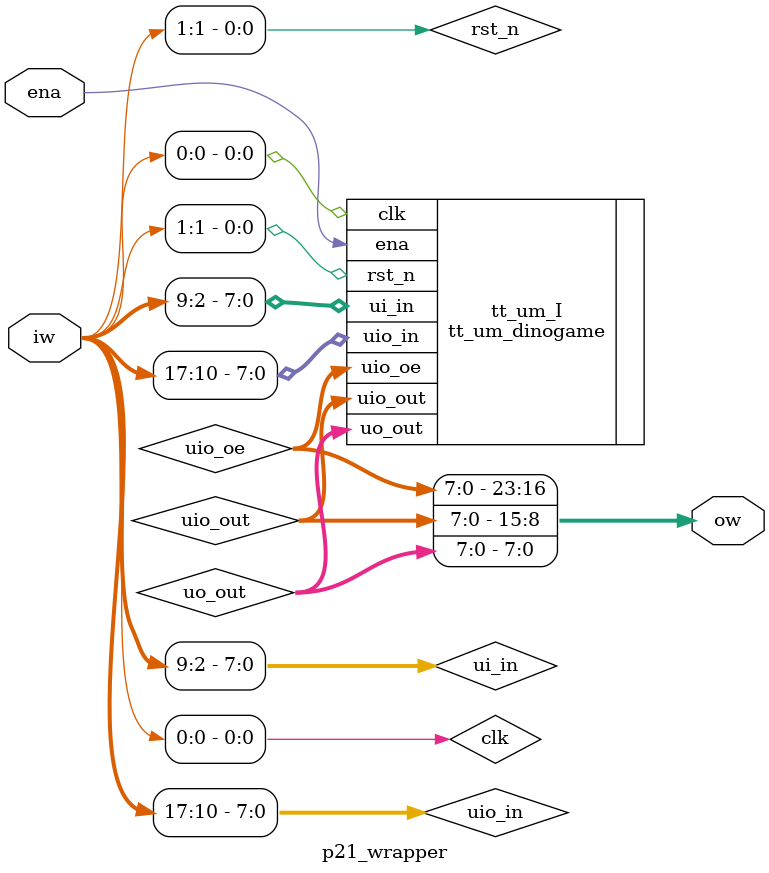
<source format=v>
`default_nettype none

module p21_wrapper (
  input wire ena,
  input wire [17:0] iw,
  output wire [23:0] ow
);

wire [7:0] uio_in;
wire [7:0] uio_out;
wire [7:0] uio_oe;
wire [7:0] uo_out;
wire [7:0] ui_in;
wire clk;
wire rst_n;

assign { uio_in, ui_in, rst_n, clk} = iw;
assign ow = { uio_oe, uio_out, uo_out };

tt_um_dinogame tt_um_I (
  .uio_in  (uio_in),
  .uio_out (uio_out),
  .uio_oe  (uio_oe),
  .uo_out  (uo_out),
  .ui_in   (ui_in),
  .ena     (ena),
  .clk     (clk),
  .rst_n   (rst_n)
);

endmodule

</source>
